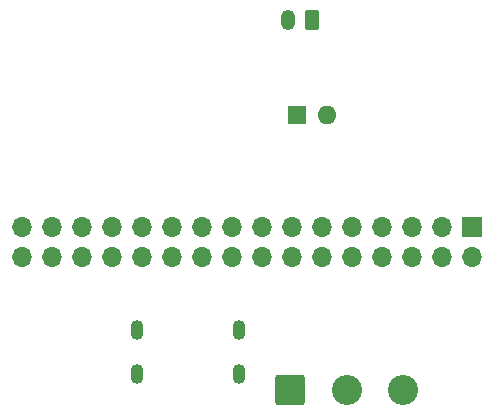
<source format=gbr>
%TF.GenerationSoftware,KiCad,Pcbnew,9.0.0*%
%TF.CreationDate,2025-03-28T07:35:41+02:00*%
%TF.ProjectId,EEE3088F_micro_mouse_power_subsystem,45454533-3038-4384-965f-6d6963726f5f,v0*%
%TF.SameCoordinates,Original*%
%TF.FileFunction,Soldermask,Bot*%
%TF.FilePolarity,Negative*%
%FSLAX46Y46*%
G04 Gerber Fmt 4.6, Leading zero omitted, Abs format (unit mm)*
G04 Created by KiCad (PCBNEW 9.0.0) date 2025-03-28 07:35:41*
%MOMM*%
%LPD*%
G01*
G04 APERTURE LIST*
G04 Aperture macros list*
%AMRoundRect*
0 Rectangle with rounded corners*
0 $1 Rounding radius*
0 $2 $3 $4 $5 $6 $7 $8 $9 X,Y pos of 4 corners*
0 Add a 4 corners polygon primitive as box body*
4,1,4,$2,$3,$4,$5,$6,$7,$8,$9,$2,$3,0*
0 Add four circle primitives for the rounded corners*
1,1,$1+$1,$2,$3*
1,1,$1+$1,$4,$5*
1,1,$1+$1,$6,$7*
1,1,$1+$1,$8,$9*
0 Add four rect primitives between the rounded corners*
20,1,$1+$1,$2,$3,$4,$5,0*
20,1,$1+$1,$4,$5,$6,$7,0*
20,1,$1+$1,$6,$7,$8,$9,0*
20,1,$1+$1,$8,$9,$2,$3,0*%
G04 Aperture macros list end*
%ADD10RoundRect,0.249999X-1.025001X-1.025001X1.025001X-1.025001X1.025001X1.025001X-1.025001X1.025001X0*%
%ADD11C,2.550000*%
%ADD12O,1.100000X1.700000*%
%ADD13R,1.600000X1.600000*%
%ADD14O,1.600000X1.600000*%
%ADD15R,1.700000X1.700000*%
%ADD16O,1.700000X1.700000*%
%ADD17RoundRect,0.250000X0.350000X0.625000X-0.350000X0.625000X-0.350000X-0.625000X0.350000X-0.625000X0*%
%ADD18O,1.200000X1.750000*%
G04 APERTURE END LIST*
D10*
%TO.C,SW2*%
X151000000Y-148800000D03*
D11*
X155800000Y-148800000D03*
X160600000Y-148800000D03*
%TD*%
D12*
%TO.C,J3*%
X146670000Y-147480000D03*
X146670000Y-143680000D03*
X138030000Y-147480000D03*
X138030000Y-143680000D03*
%TD*%
D13*
%TO.C,D1*%
X151637500Y-125500000D03*
D14*
X154177500Y-125500000D03*
%TD*%
D15*
%TO.C,J1*%
X166400000Y-135000000D03*
D16*
X166400000Y-137540000D03*
X163860000Y-135000000D03*
X163860000Y-137540000D03*
X161320000Y-135000000D03*
X161320000Y-137540000D03*
X158780000Y-135000000D03*
X158780000Y-137540000D03*
X156240000Y-135000000D03*
X156240000Y-137540000D03*
X153700000Y-135000000D03*
X153700000Y-137540000D03*
X151160000Y-135000000D03*
X151160000Y-137540000D03*
X148620000Y-135000000D03*
X148620000Y-137540000D03*
X146080000Y-135000000D03*
X146080000Y-137540000D03*
X143540000Y-135000000D03*
X143540000Y-137540000D03*
X141000000Y-135000000D03*
X141000000Y-137540000D03*
X138460000Y-135000000D03*
X138460000Y-137540000D03*
X135920000Y-135000000D03*
X135920000Y-137540000D03*
X133380000Y-135000000D03*
X133380000Y-137540000D03*
X130840000Y-135000000D03*
X130840000Y-137540000D03*
X128300000Y-135000000D03*
X128300000Y-137540000D03*
%TD*%
D17*
%TO.C,J2*%
X152837500Y-117450000D03*
D18*
X150837500Y-117450000D03*
%TD*%
M02*

</source>
